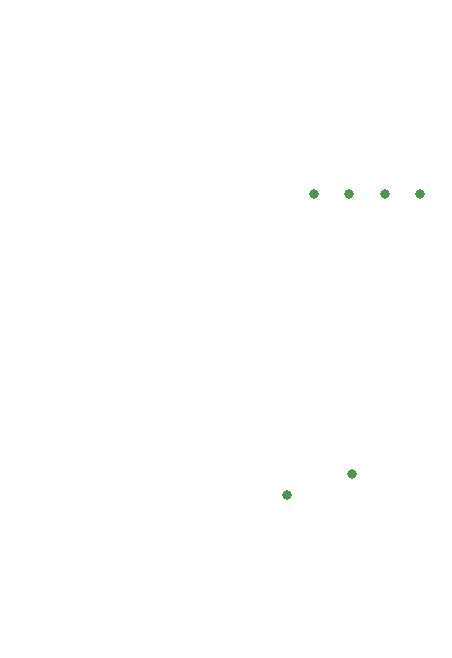
<source format=gbr>
%TF.GenerationSoftware,Altium Limited,Altium Designer,20.1.12 (249)*%
G04 Layer_Color=0*
%FSLAX45Y45*%
%MOMM*%
%TF.SameCoordinates,4EE8302A-A9A8-49E0-93C5-14594FCB678D*%
%TF.FilePolarity,Positive*%
%TF.FileFunction,Plated,1,4,PTH,Drill*%
%TF.Part,Single*%
G01*
G75*
%TA.AperFunction,ComponentDrill*%
%ADD152C,0.80000*%
%ADD153C,0.80000*%
%TA.AperFunction,ViaDrill,NotFilled*%
%ADD154C,0.15000*%
D152*
X3310000Y3920000D02*
D03*
X3010000D02*
D03*
X2710000D02*
D03*
X3610000D02*
D03*
X3032500Y1550000D02*
D03*
D153*
X2485000Y1370000D02*
D03*
D154*
X867500Y2405000D02*
D03*
X835000Y1412500D02*
D03*
X2357500Y502500D02*
D03*
Y625000D02*
D03*
X1722500Y1695000D02*
D03*
X2422500Y532500D02*
D03*
Y597500D02*
D03*
X3095000Y1235000D02*
D03*
Y1170000D02*
D03*
X1866500Y792500D02*
D03*
Y904000D02*
D03*
Y1041000D02*
D03*
Y1152500D02*
D03*
X2003500Y792500D02*
D03*
Y904000D02*
D03*
Y1041000D02*
D03*
Y1152500D02*
D03*
X1755000Y904000D02*
D03*
Y1041000D02*
D03*
X2115000Y904000D02*
D03*
Y1041000D02*
D03*
X1920000Y4732500D02*
D03*
X1970000Y4682500D02*
D03*
X1870000Y4682499D02*
D03*
X1870000Y4782499D02*
D03*
X1970000Y4782500D02*
D03*
X2075000Y4372500D02*
D03*
Y4440000D02*
D03*
Y4507500D02*
D03*
Y4575000D02*
D03*
X2777500Y1475000D02*
D03*
X1765001Y5397499D02*
D03*
X152500Y2555000D02*
D03*
X655000Y2935000D02*
D03*
X402500D02*
D03*
X827500Y2787500D02*
D03*
X1000000Y2935000D02*
D03*
X1275000Y2850000D02*
D03*
X627500Y2555000D02*
D03*
X457500Y1675000D02*
D03*
X462500Y2720000D02*
D03*
X330000Y900000D02*
D03*
X332500Y1897500D02*
D03*
X2272500Y3424999D02*
D03*
X2930000Y2021250D02*
D03*
X627500Y1807500D02*
D03*
X152500D02*
D03*
X762500Y1990000D02*
D03*
Y995000D02*
D03*
X627500Y807500D02*
D03*
X152500D02*
D03*
X627500Y1555000D02*
D03*
X152500Y1555000D02*
D03*
X1415000Y2850000D02*
D03*
X1345000D02*
D03*
X3252169Y3392500D02*
D03*
X3271250Y3327500D02*
D03*
X3327500Y3262500D02*
D03*
X3042500Y3100000D02*
D03*
X3217500Y3457500D02*
D03*
X3172500Y3522500D02*
D03*
X3095000Y3589681D02*
D03*
X2790000Y2710000D02*
D03*
X2631193Y1761193D02*
D03*
X2785136Y1540075D02*
D03*
X2152500Y1515000D02*
D03*
X2882500Y3020001D02*
D03*
X2527500Y3292500D02*
D03*
X2575000Y3457500D02*
D03*
X2767500Y3652500D02*
D03*
Y3587500D02*
D03*
X2627500Y3522500D02*
D03*
X3192500Y2665000D02*
D03*
X3257500Y2600000D02*
D03*
X3322500Y2995000D02*
D03*
X3562500D02*
D03*
X2162500Y715000D02*
D03*
X2100000Y537500D02*
D03*
X2035000Y707500D02*
D03*
X2790000Y2800000D02*
D03*
X1335000Y715000D02*
D03*
X2696146Y958854D02*
D03*
X2695000Y1050000D02*
D03*
X2262500Y1320000D02*
D03*
X3582500Y3652500D02*
D03*
X3785000Y3245000D02*
D03*
X3785000Y3345000D02*
D03*
X3710000Y3517500D02*
D03*
X3710000Y3075000D02*
D03*
X2892500Y1850000D02*
D03*
X3257500Y2535000D02*
D03*
X3192500Y2600000D02*
D03*
Y2535000D02*
D03*
X3385000Y450000D02*
D03*
Y750000D02*
D03*
X3115000Y450000D02*
D03*
X3385000Y1050000D02*
D03*
X3115000Y750000D02*
D03*
X2282500Y350000D02*
D03*
X2032500Y130000D02*
D03*
X1727584Y397519D02*
D03*
X1732500Y142500D02*
D03*
X1772441Y444586D02*
D03*
X1760000Y552500D02*
D03*
X1615000Y1384519D02*
D03*
X1997500Y1750000D02*
D03*
X1715000Y1605000D02*
D03*
X2267500Y3007500D02*
D03*
X2202500Y2585000D02*
D03*
X2127500Y2740000D02*
D03*
X1190000Y270000D02*
D03*
X1017500Y805000D02*
D03*
X897500Y562500D02*
D03*
X910000Y270000D02*
D03*
X1205000Y382500D02*
D03*
X1552500Y487500D02*
D03*
X1335000Y635000D02*
D03*
X1427500Y632500D02*
D03*
X3089999Y2097501D02*
D03*
X3180000Y1917500D02*
D03*
X3115000Y1850000D02*
D03*
Y1917500D02*
D03*
X3385000Y1850000D02*
D03*
X1502456Y834435D02*
D03*
X1502677Y899434D02*
D03*
X2010000Y390000D02*
D03*
X1960000Y345000D02*
D03*
X1327500Y480000D02*
D03*
X1477825Y1147500D02*
D03*
X1305000Y857500D02*
D03*
X1685000Y715000D02*
D03*
X1467500Y1645000D02*
D03*
X1327500Y1412500D02*
D03*
X2066214Y1441850D02*
D03*
X1967761Y1437239D02*
D03*
X3385000Y1350000D02*
D03*
X3115000D02*
D03*
Y1050000D02*
D03*
X1940000Y2997500D02*
D03*
Y2932500D02*
D03*
Y3062500D02*
D03*
X1955000Y3735000D02*
D03*
Y3670000D02*
D03*
Y3605000D02*
D03*
Y3540000D02*
D03*
X2355000Y1047500D02*
D03*
X2355000Y897500D02*
D03*
X1710000Y1438084D02*
D03*
X1960000Y552500D02*
D03*
X1814000Y5027499D02*
D03*
X1765001Y5257500D02*
D03*
X960000Y4157500D02*
D03*
Y4082500D02*
D03*
Y4232500D02*
D03*
X1127500Y3495000D02*
D03*
Y3320000D02*
D03*
X1127500Y3405000D02*
D03*
X402500Y3715000D02*
D03*
X1417500Y480000D02*
D03*
X795000Y5320000D02*
D03*
X725000Y5425000D02*
D03*
X975000Y5320000D02*
D03*
X915000D02*
D03*
X855000D02*
D03*
X3177500Y2335001D02*
D03*
X3022500Y2327501D02*
D03*
X1385000Y4287500D02*
D03*
X1640000Y4334999D02*
D03*
X1762500Y4192500D02*
D03*
X1740000Y5104999D02*
D03*
X1590000Y4810000D02*
D03*
%TF.MD5,bbcf25a2affb6ad35c207646d29eba30*%
M02*

</source>
